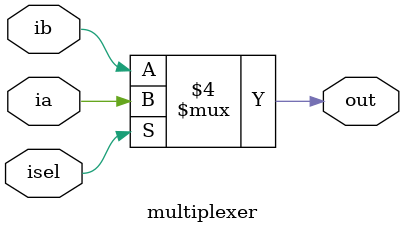
<source format=v>
`timescale 1ns / 1ps


module multiplexer(
    input ia,
    input ib,
    input isel,
    output out
    );
    
    always
        if(isel == 1'b1)
            out = ia;
        else
            out = ib;
        
endmodule

</source>
